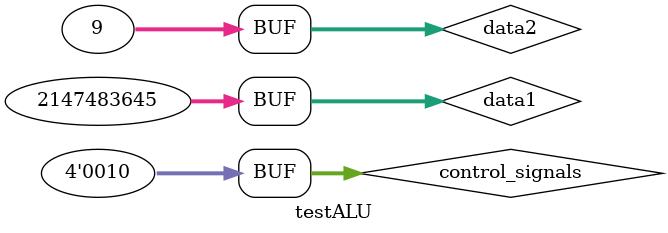
<source format=v>
module ALU (data1,data2,control_signals,sh_am,zero,overflow,result);
	input [31:0]data1,data2;
        input [4:0] sh_am;
	input [3:0] control_signals; 
	output reg zero,overflow;
	output reg [31:0] result;

	wire [31:0] data2_negated;
	assign data2_negated = -data2;
	

	always@ (*)
	begin
//applying control signals

			result <= 
				 (control_signals == 4'b 0000) ? (data1 & data2) 
				:(control_signals == 4'b 0001) ? (data1 | data2)
				:(control_signals == 4'b 0010) ? (data1 + data2)
				:(control_signals == 4'b 0110) ? (data1 - data2)
				:(control_signals == 4'b 0111) ? ((data1 < data2)? 32'b0001 : 32'b0000)
                                :(control_signals == 4'b 0011) ?  (data1 << sh_am)
                                :(control_signals == 4'b 0101) ?  (data2 >> sh_am)
				:(control_signals == 4'b 1100) ? ~(data1 | data2)				
				: 32'bxxxx ;
		

	end
 
	always@ (result)
	begin
//setting zero flag
		if(result==0)
			zero<=1;
		
		else
			zero<=0;

//overflow

			 overflow <=
			 (control_signals == 4'b0010 && data1[31] == data2[31] && result[31] ==~data1[31])? 1'b1 //+ 
			:(control_signals == 4'b0110 && data1[31] == data2_negated[31] &&result[31] == ~data1[31])? 1'b1  //-
			: 1'b0;  
		
	end
  
endmodule




//--------------------------------------------------------------//ALU testbench

module testALU;
        reg [31:0]data1,data2;
	reg [3:0] control_signals; 
	wire zero,overflow;
	wire [31:0] result;
        reg [4:0]sh_am;


initial
begin
$monitor($time, "  R1=%d , R2=%d,control=%d, Result=%d, zeroFlag=%d, overflow=%d",
               data1,data2,control_signals,result,zero,overflow);

#1 data1 = 1; data2 = 3; control_signals = 0; // and
#2 data1 = 1; data2 = 3; control_signals = 1; // or
#3 data1 = 5; data2 = 2; control_signals = 2; // add
#4 data1 = 3; data2 = -1; control_signals = 2; // add
#5 data1 = 3; data2 = 2; control_signals = 6; // sub
#6 data1 = 2147483645; data2 = 9; control_signals = 2; // add


end

ALU alu1(data1,data2,control_signals,sh_am,zero,overflow,result);//module ALU (data1,data2,control_signals,sh_am,zero,overflow,result);
endmodule

</source>
